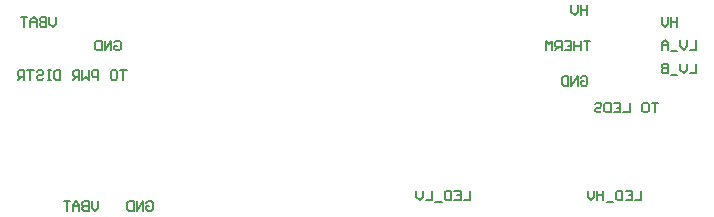
<source format=gbo>
G04*
G04 #@! TF.GenerationSoftware,Altium Limited,Altium Designer,20.0.13 (296)*
G04*
G04 Layer_Color=32896*
%FSLAX25Y25*%
%MOIN*%
G70*
G01*
G75*
%ADD13C,0.00591*%
D13*
X256230Y53018D02*
Y49869D01*
X254131D01*
X253081Y53018D02*
Y50919D01*
X252032Y49869D01*
X250982Y50919D01*
Y53018D01*
X249933Y49344D02*
X247834D01*
X246784Y53018D02*
Y49869D01*
X245210D01*
X244685Y50394D01*
Y50919D01*
X245210Y51443D01*
X246784D01*
X245210D01*
X244685Y51968D01*
Y52493D01*
X245210Y53018D01*
X246784D01*
X249933Y68503D02*
Y65355D01*
Y66929D01*
X247834D01*
Y68503D01*
Y65355D01*
X246784Y68503D02*
Y66404D01*
X245735Y65355D01*
X244685Y66404D01*
Y68503D01*
X237921Y10695D02*
Y7546D01*
X235822D01*
X232673Y10695D02*
X234772D01*
Y7546D01*
X232673D01*
X234772Y9121D02*
X233723D01*
X231624Y10695D02*
Y7546D01*
X230049D01*
X229524Y8071D01*
Y10170D01*
X230049Y10695D01*
X231624D01*
X228475Y7022D02*
X226376D01*
X225326Y10695D02*
Y7546D01*
Y9121D01*
X223227D01*
Y10695D01*
Y7546D01*
X222178Y10695D02*
Y8596D01*
X221128Y7546D01*
X220079Y8596D01*
Y10695D01*
X180834D02*
Y7546D01*
X178735D01*
X175586Y10695D02*
X177685D01*
Y7546D01*
X175586D01*
X177685Y9121D02*
X176636D01*
X174537Y10695D02*
Y7546D01*
X172963D01*
X172438Y8071D01*
Y10170D01*
X172963Y10695D01*
X174537D01*
X171388Y7022D02*
X169289D01*
X168240Y10695D02*
Y7546D01*
X166141D01*
X165091Y10695D02*
Y8596D01*
X164042Y7546D01*
X162992Y8596D01*
Y10695D01*
X56890Y7086D02*
Y4987D01*
X55840Y3937D01*
X54791Y4987D01*
Y7086D01*
X53741D02*
Y3937D01*
X52167D01*
X51642Y4462D01*
Y4987D01*
X52167Y5512D01*
X53741D01*
X52167D01*
X51642Y6037D01*
Y6561D01*
X52167Y7086D01*
X53741D01*
X50593Y3937D02*
Y6037D01*
X49543Y7086D01*
X48493Y6037D01*
Y3937D01*
Y5512D01*
X50593D01*
X47444Y7086D02*
X45345D01*
X46395D01*
Y3937D01*
X72901Y6561D02*
X73426Y7086D01*
X74475D01*
X75000Y6561D01*
Y4462D01*
X74475Y3937D01*
X73426D01*
X72901Y4462D01*
Y5512D01*
X73950D01*
X71851Y3937D02*
Y7086D01*
X69752Y3937D01*
Y7086D01*
X68703D02*
Y3937D01*
X67128D01*
X66604Y4462D01*
Y6561D01*
X67128Y7086D01*
X68703D01*
X66339Y50787D02*
X64240D01*
X65289D01*
Y47638D01*
X61616Y50787D02*
X62665D01*
X63190Y50262D01*
Y48163D01*
X62665Y47638D01*
X61616D01*
X61091Y48163D01*
Y50262D01*
X61616Y50787D01*
X56893Y47638D02*
Y50787D01*
X55318D01*
X54794Y50262D01*
Y49213D01*
X55318Y48688D01*
X56893D01*
X53744Y50787D02*
Y47638D01*
X52695Y48688D01*
X51645Y47638D01*
Y50787D01*
X50596Y47638D02*
Y50787D01*
X49021D01*
X48497Y50262D01*
Y49213D01*
X49021Y48688D01*
X50596D01*
X49546D02*
X48497Y47638D01*
X44298Y50787D02*
Y47638D01*
X42724D01*
X42199Y48163D01*
Y50262D01*
X42724Y50787D01*
X44298D01*
X41150D02*
X40100D01*
X40625D01*
Y47638D01*
X41150D01*
X40100D01*
X36427Y50262D02*
X36952Y50787D01*
X38001D01*
X38526Y50262D01*
Y49737D01*
X38001Y49213D01*
X36952D01*
X36427Y48688D01*
Y48163D01*
X36952Y47638D01*
X38001D01*
X38526Y48163D01*
X35377Y50787D02*
X33278D01*
X34328D01*
Y47638D01*
X32229D02*
Y50787D01*
X30655D01*
X30130Y50262D01*
Y49213D01*
X30655Y48688D01*
X32229D01*
X31179D02*
X30130Y47638D01*
X42717Y68503D02*
Y66404D01*
X41667Y65355D01*
X40617Y66404D01*
Y68503D01*
X39568D02*
Y65355D01*
X37994D01*
X37469Y65880D01*
Y66404D01*
X37994Y66929D01*
X39568D01*
X37994D01*
X37469Y67454D01*
Y67979D01*
X37994Y68503D01*
X39568D01*
X36419Y65355D02*
Y67454D01*
X35370Y68503D01*
X34320Y67454D01*
Y65355D01*
Y66929D01*
X36419D01*
X33271Y68503D02*
X31172D01*
X32221D01*
Y65355D01*
X62271Y60105D02*
X62796Y60629D01*
X63845D01*
X64370Y60105D01*
Y58006D01*
X63845Y57481D01*
X62796D01*
X62271Y58006D01*
Y59055D01*
X63321D01*
X61221Y57481D02*
Y60629D01*
X59123Y57481D01*
Y60629D01*
X58073D02*
Y57481D01*
X56499D01*
X55974Y58006D01*
Y60105D01*
X56499Y60629D01*
X58073D01*
X243504Y39960D02*
X241405D01*
X242454D01*
Y36812D01*
X238781Y39960D02*
X239831D01*
X240355Y39435D01*
Y37336D01*
X239831Y36812D01*
X238781D01*
X238256Y37336D01*
Y39435D01*
X238781Y39960D01*
X234058D02*
Y36812D01*
X231959D01*
X228811Y39960D02*
X230910D01*
Y36812D01*
X228811D01*
X230910Y38386D02*
X229860D01*
X227761Y39960D02*
Y36812D01*
X226187D01*
X225662Y37336D01*
Y39435D01*
X226187Y39960D01*
X227761D01*
X222513Y39435D02*
X223038Y39960D01*
X224088D01*
X224612Y39435D01*
Y38911D01*
X224088Y38386D01*
X223038D01*
X222513Y37861D01*
Y37336D01*
X223038Y36812D01*
X224088D01*
X224612Y37336D01*
X217783Y48294D02*
X218308Y48818D01*
X219357D01*
X219882Y48294D01*
Y46195D01*
X219357Y45670D01*
X218308D01*
X217783Y46195D01*
Y47244D01*
X218832D01*
X216733Y45670D02*
Y48818D01*
X214634Y45670D01*
Y48818D01*
X213585D02*
Y45670D01*
X212010D01*
X211486Y46195D01*
Y48294D01*
X212010Y48818D01*
X213585D01*
X220866Y60629D02*
X218767D01*
X219817D01*
Y57481D01*
X217718Y60629D02*
Y57481D01*
Y59055D01*
X215618D01*
Y60629D01*
Y57481D01*
X212470Y60629D02*
X214569D01*
Y57481D01*
X212470D01*
X214569Y59055D02*
X213519D01*
X211420Y57481D02*
Y60629D01*
X209846D01*
X209321Y60105D01*
Y59055D01*
X209846Y58530D01*
X211420D01*
X210371D02*
X209321Y57481D01*
X208272D02*
Y60629D01*
X207222Y59580D01*
X206173Y60629D01*
Y57481D01*
X256230Y60892D02*
Y57743D01*
X254131D01*
X253081Y60892D02*
Y58793D01*
X252032Y57743D01*
X250982Y58793D01*
Y60892D01*
X249933Y57218D02*
X247834D01*
X246784Y57743D02*
Y59842D01*
X245735Y60892D01*
X244685Y59842D01*
Y57743D01*
Y59317D01*
X246784D01*
X219882Y72440D02*
Y69292D01*
Y70866D01*
X217783D01*
Y72440D01*
Y69292D01*
X216733Y72440D02*
Y70341D01*
X215684Y69292D01*
X214634Y70341D01*
Y72440D01*
M02*

</source>
